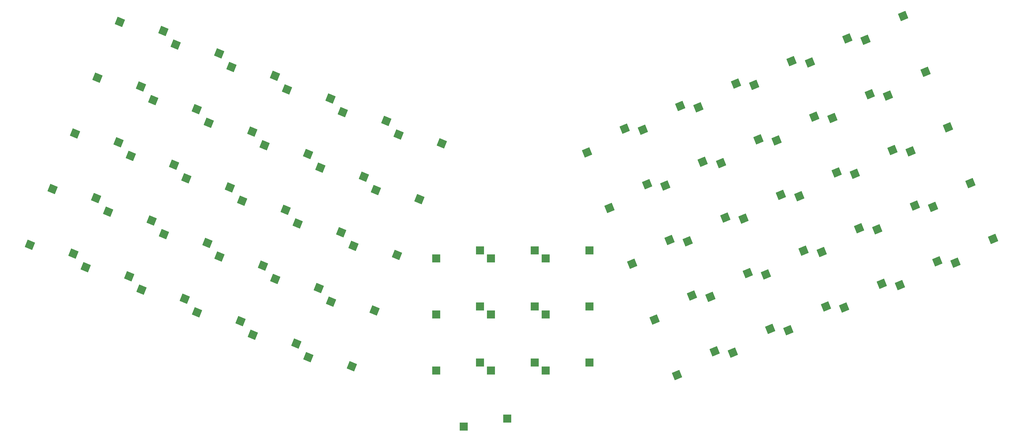
<source format=gbp>
G04 #@! TF.GenerationSoftware,KiCad,Pcbnew,8.0.1*
G04 #@! TF.CreationDate,2024-05-03T20:41:19+02:00*
G04 #@! TF.ProjectId,boomerang,626f6f6d-6572-4616-9e67-2e6b69636164,rev?*
G04 #@! TF.SameCoordinates,Original*
G04 #@! TF.FileFunction,Paste,Bot*
G04 #@! TF.FilePolarity,Positive*
%FSLAX46Y46*%
G04 Gerber Fmt 4.6, Leading zero omitted, Abs format (unit mm)*
G04 Created by KiCad (PCBNEW 8.0.1) date 2024-05-03 20:41:19*
%MOMM*%
%LPD*%
G01*
G04 APERTURE LIST*
G04 Aperture macros list*
%AMRotRect*
0 Rectangle, with rotation*
0 The origin of the aperture is its center*
0 $1 length*
0 $2 width*
0 $3 Rotation angle, in degrees counterclockwise*
0 Add horizontal line*
21,1,$1,$2,0,0,$3*%
G04 Aperture macros list end*
%ADD10RotRect,2.550000X2.500000X22.000000*%
%ADD11R,2.550000X2.500000*%
%ADD12RotRect,2.550000X2.500000X338.000000*%
G04 APERTURE END LIST*
D10*
X311146634Y-125079609D03*
X299256638Y-132622957D03*
D11*
X225605955Y-132131431D03*
X211755955Y-134671431D03*
D12*
X86770892Y-122656716D03*
X72977895Y-119823462D03*
D10*
X236749309Y-93499819D03*
X224859313Y-101043167D03*
X346472338Y-110807098D03*
X334582342Y-118350446D03*
D11*
X190890955Y-167691431D03*
X177040955Y-170231431D03*
D10*
X243885566Y-111162671D03*
X231995570Y-118706019D03*
D12*
X136369108Y-101603523D03*
X122576111Y-98770269D03*
X150286047Y-168864592D03*
X136493050Y-166031338D03*
X157422301Y-151201739D03*
X143629304Y-148368485D03*
D10*
X258158077Y-146488376D03*
X246268081Y-154031724D03*
X261548417Y-104026416D03*
X249658421Y-111569764D03*
D12*
X154031963Y-108739779D03*
X140238966Y-105906525D03*
D10*
X275820930Y-139352121D03*
X263930934Y-146895469D03*
D12*
X93907149Y-104993866D03*
X80114152Y-102160612D03*
D10*
X279211271Y-96890160D03*
X267321275Y-104433508D03*
X254412163Y-86363563D03*
X242522167Y-93906911D03*
D11*
X208248455Y-149911431D03*
X194398455Y-152451431D03*
D12*
X161168215Y-91076927D03*
X147375218Y-88243673D03*
D10*
X293483782Y-132215865D03*
X281593786Y-139759213D03*
D11*
X208248455Y-167691431D03*
X194398455Y-170231431D03*
D12*
X111570000Y-112130119D03*
X97777003Y-109296865D03*
D10*
X321673231Y-100280501D03*
X309783235Y-107823849D03*
X265294333Y-164151228D03*
X253404337Y-171694576D03*
X335945743Y-135606206D03*
X324055747Y-143149554D03*
D12*
X178831071Y-98213183D03*
X165038074Y-95379929D03*
D10*
X307400719Y-64954797D03*
X295510723Y-72498145D03*
X289737868Y-72091052D03*
X277847872Y-79634400D03*
D12*
X108179657Y-69668159D03*
X94386660Y-66834905D03*
X97297489Y-147455826D03*
X83504492Y-144622572D03*
X104433747Y-129792973D03*
X90640750Y-126959719D03*
X146895704Y-126402631D03*
X133102707Y-123569377D03*
X101043404Y-87331012D03*
X87250407Y-84497758D03*
D10*
X318282890Y-142742461D03*
X306392894Y-150285809D03*
D11*
X190890955Y-149911431D03*
X177040955Y-152451431D03*
D12*
X69108041Y-115520461D03*
X55315044Y-112687207D03*
D10*
X325063573Y-57818541D03*
X313173577Y-65361889D03*
D12*
X90516809Y-62531905D03*
X76723812Y-59698651D03*
X139759451Y-144065484D03*
X125966454Y-141232230D03*
D10*
X328809487Y-117943353D03*
X316919491Y-125486701D03*
X304010379Y-107416757D03*
X292120383Y-114960105D03*
D11*
X190890955Y-132131431D03*
X177040955Y-134671431D03*
D10*
X339336084Y-93144245D03*
X327446088Y-100687593D03*
D11*
X208248455Y-132131431D03*
X194398455Y-134671431D03*
D10*
X272075014Y-79227308D03*
X260185018Y-86770656D03*
X332199828Y-75481393D03*
X320309832Y-83024741D03*
D12*
X76244296Y-97857609D03*
X62451299Y-95024355D03*
D11*
X199569705Y-185471431D03*
X185719705Y-188011431D03*
D12*
X143505366Y-83940671D03*
X129712369Y-81107417D03*
D10*
X251021822Y-128825523D03*
X239131826Y-136368871D03*
D12*
X79634639Y-140319569D03*
X65841642Y-137486315D03*
X61971785Y-133183313D03*
X48178788Y-130350059D03*
X164558559Y-133538887D03*
X150765562Y-130705633D03*
D10*
X286347527Y-114553013D03*
X274457531Y-122096361D03*
D12*
X171694814Y-115876036D03*
X157901817Y-113042782D03*
D11*
X225605955Y-149911431D03*
X211755955Y-152451431D03*
D10*
X353608594Y-128469951D03*
X341718598Y-136013299D03*
D11*
X225605955Y-167691431D03*
X211755955Y-170231431D03*
D12*
X122096596Y-136929227D03*
X108303599Y-134095973D03*
X132623194Y-161728336D03*
X118830197Y-158895082D03*
X129232855Y-119266376D03*
X115439858Y-116433122D03*
D10*
X282957185Y-157014973D03*
X271067189Y-164558321D03*
X314536976Y-82617649D03*
X302646980Y-90160997D03*
D12*
X83380553Y-80194757D03*
X69587556Y-77361503D03*
D10*
X300620038Y-149878717D03*
X288730042Y-157422065D03*
D12*
X118706258Y-94467268D03*
X104913261Y-91634014D03*
X114960343Y-154592081D03*
X101167346Y-151758827D03*
X125842513Y-76804415D03*
X112049516Y-73971161D03*
D10*
X296874122Y-89753905D03*
X284984126Y-97297253D03*
X268684674Y-121689268D03*
X256794678Y-129232616D03*
M02*

</source>
